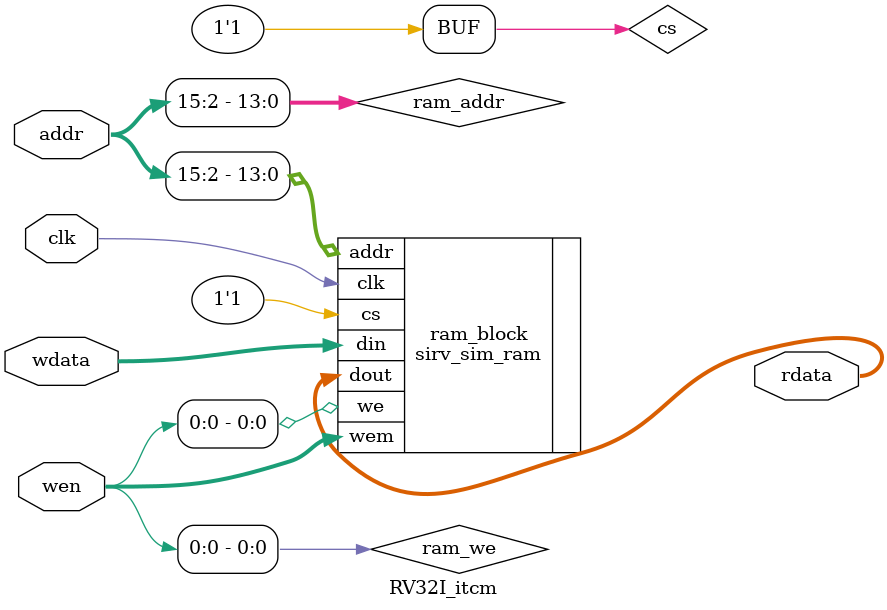
<source format=v>

module RV32I_itcm #(
    parameter WORD_WIDTH = 32,
	parameter ADDR_WIDTH = 16,
	parameter DATA_WIDTH = 8,
	parameter MASK_WIDTH = 4,
	parameter RAM_SIZE   = 1024*64 // 64KB
)(
	input clk,
	input  [MASK_WIDTH-1 :0] wen,
	input  [ADDR_WIDTH-1 :0] addr,
	input  [WORD_WIDTH-1 :0] wdata,
	output [WORD_WIDTH-1 :0] rdata
);
    //wire [WORD_WIDTH-1 :0]  ram_din;
    wire [ADDR_WIDTH-3 :0]  ram_addr;
    //wire [WORD_WIDTH-1 :0]  ram_dout;
    wire                    ram_we;
    //wire [MASK_WIDTH-1 :0]  ram_wem;
    wire                    cs;

    assign ram_addr = addr[ADDR_WIDTH-1 :2];
    assign ram_we = wen[0];
    assign cs = 1'b1;
    
    sirv_sim_ram #(
        .DP(RAM_SIZE/4), // this is word size
        .FORCE_X2ZERO(0),
        .DW(WORD_WIDTH), // r/w data by word
        .MW(MASK_WIDTH),
        .AW(ADDR_WIDTH-2)
    ) ram_block(
        .clk(clk),
        .din(wdata),
        .addr(ram_addr),
        .cs(cs),
        .we(ram_we),
        .wem(wen),
        .dout(rdata)
    );
endmodule //RV32I_dtcm
</source>
